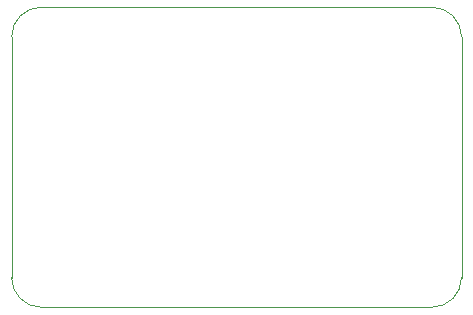
<source format=gm1>
G04 #@! TF.GenerationSoftware,KiCad,Pcbnew,(5.1.10)-1*
G04 #@! TF.CreationDate,2021-11-16T23:48:59-08:00*
G04 #@! TF.ProjectId,DigitalFadingLED,44696769-7461-46c4-9661-64696e674c45,rev?*
G04 #@! TF.SameCoordinates,Original*
G04 #@! TF.FileFunction,Profile,NP*
%FSLAX46Y46*%
G04 Gerber Fmt 4.6, Leading zero omitted, Abs format (unit mm)*
G04 Created by KiCad (PCBNEW (5.1.10)-1) date 2021-11-16 23:48:59*
%MOMM*%
%LPD*%
G01*
G04 APERTURE LIST*
G04 #@! TA.AperFunction,Profile*
%ADD10C,0.050000*%
G04 #@! TD*
G04 APERTURE END LIST*
D10*
X53340000Y-65405000D02*
G75*
G02*
X50838100Y-62903100I0J2501900D01*
G01*
X88938100Y-62903100D02*
G75*
G02*
X86436200Y-65405000I-2501900J0D01*
G01*
X86436200Y-40005000D02*
G75*
G02*
X88938100Y-42506900I0J-2501900D01*
G01*
X50838100Y-42506900D02*
G75*
G02*
X53340000Y-40005000I2501900J0D01*
G01*
X50838100Y-62903100D02*
X50838100Y-42506900D01*
X86436200Y-65405000D02*
X53340000Y-65405000D01*
X88938100Y-42506900D02*
X88938100Y-62903100D01*
X53340000Y-40005000D02*
X86436200Y-40005000D01*
M02*

</source>
